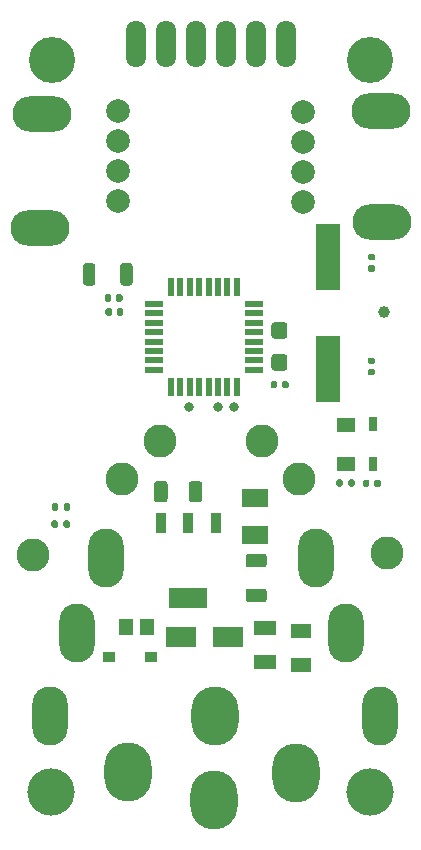
<source format=gbr>
%TF.GenerationSoftware,KiCad,Pcbnew,(5.1.10)-1*%
%TF.CreationDate,2021-10-24T01:14:23+05:30*%
%TF.ProjectId,Modbus_IO_Board,4d6f6462-7573-45f4-994f-5f426f617264,rev?*%
%TF.SameCoordinates,Original*%
%TF.FileFunction,Soldermask,Top*%
%TF.FilePolarity,Negative*%
%FSLAX46Y46*%
G04 Gerber Fmt 4.6, Leading zero omitted, Abs format (unit mm)*
G04 Created by KiCad (PCBNEW (5.1.10)-1) date 2021-10-24 01:14:23*
%MOMM*%
%LPD*%
G01*
G04 APERTURE LIST*
%ADD10C,3.900000*%
%ADD11C,4.000000*%
%ADD12C,2.800000*%
%ADD13C,2.000000*%
%ADD14O,3.000000X5.000000*%
%ADD15R,1.500000X0.600000*%
%ADD16R,0.600000X1.500000*%
%ADD17R,2.100000X5.600000*%
%ADD18C,0.800000*%
%ADD19O,5.000000X3.000000*%
%ADD20O,4.000000X5.000000*%
%ADD21R,1.050000X0.850000*%
%ADD22R,0.750000X1.200000*%
%ADD23R,1.650000X1.150000*%
%ADD24O,1.700000X4.000000*%
%ADD25R,1.900000X1.300000*%
%ADD26R,1.150000X1.470000*%
%ADD27R,3.200000X1.750000*%
%ADD28R,0.950000X1.750000*%
%ADD29R,1.800000X1.200000*%
%ADD30R,2.250000X1.650000*%
%ADD31C,1.000000*%
%ADD32R,2.500000X1.800000*%
G04 APERTURE END LIST*
D10*
%TO.C,H1*%
X131830000Y-60750000D03*
%TD*%
%TO.C,H2*%
X158750000Y-60760000D03*
%TD*%
D11*
%TO.C,H4*%
X158770000Y-122700000D03*
%TD*%
%TO.C,H3*%
X131740000Y-122710000D03*
%TD*%
D12*
%TO.C,TP9*%
X140970000Y-92964000D03*
%TD*%
%TO.C,B*%
X137750000Y-96180000D03*
%TD*%
D13*
%TO.C,I-3*%
X137439400Y-70154800D03*
%TD*%
%TO.C,I-1*%
X137439400Y-65074800D03*
%TD*%
%TO.C,I-2*%
X137439400Y-67614800D03*
%TD*%
%TO.C,I-4*%
X137439400Y-72694800D03*
%TD*%
%TO.C,O-4*%
X153060400Y-72771000D03*
%TD*%
%TO.C,O-3*%
X153060400Y-70231000D03*
%TD*%
%TO.C,O-2*%
X153060400Y-67691000D03*
%TD*%
%TO.C,O-1*%
X153060400Y-65151000D03*
%TD*%
D14*
%TO.C,TP11*%
X154178000Y-102870000D03*
%TD*%
%TO.C,12V*%
X156718000Y-109230000D03*
%TD*%
%TO.C,TP15*%
X136398000Y-102870000D03*
%TD*%
%TO.C,12V*%
X133920000Y-109230000D03*
%TD*%
D12*
%TO.C,B*%
X152760000Y-96220000D03*
%TD*%
%TO.C,A*%
X149606000Y-92964000D03*
%TD*%
D15*
%TO.C,IC1*%
X148920000Y-86970000D03*
X148920000Y-86170000D03*
X148920000Y-85370000D03*
X148920000Y-84570000D03*
X148920000Y-83770000D03*
X148920000Y-82970000D03*
X148920000Y-82170000D03*
X148920000Y-81370000D03*
D16*
X147470000Y-79920000D03*
X146670000Y-79920000D03*
X145870000Y-79920000D03*
X145070000Y-79920000D03*
X144270000Y-79920000D03*
X143470000Y-79920000D03*
X142670000Y-79920000D03*
X141870000Y-79920000D03*
D15*
X140420000Y-81370000D03*
X140420000Y-82170000D03*
X140420000Y-82970000D03*
X140420000Y-83770000D03*
X140420000Y-84570000D03*
X140420000Y-85370000D03*
X140420000Y-86170000D03*
X140420000Y-86970000D03*
D16*
X141870000Y-88420000D03*
X142670000Y-88420000D03*
X143470000Y-88420000D03*
X144270000Y-88420000D03*
X145070000Y-88420000D03*
X145870000Y-88420000D03*
X146670000Y-88420000D03*
X147470000Y-88420000D03*
%TD*%
D17*
%TO.C,Y1*%
X155180000Y-77410000D03*
X155180000Y-86910000D03*
%TD*%
D18*
%TO.C,TP18*%
X147219200Y-90079200D03*
%TD*%
%TO.C,RX*%
X145870000Y-90100000D03*
%TD*%
D19*
%TO.C,e*%
X130960000Y-65330000D03*
%TD*%
%TO.C,e*%
X159660000Y-65060000D03*
%TD*%
%TO.C,e*%
X159720000Y-74422000D03*
%TD*%
D20*
%TO.C,*%
X138266400Y-121037600D03*
%TD*%
%TO.C,*%
X152490400Y-121101100D03*
%TD*%
%TO.C,*%
X145505400Y-123403100D03*
%TD*%
D14*
%TO.C,*%
X131607000Y-116287800D03*
%TD*%
D20*
%TO.C,*%
X145607000Y-116287800D03*
%TD*%
D14*
%TO.C,*%
X159607000Y-116287800D03*
%TD*%
D21*
%TO.C,D3*%
X136630000Y-111252000D03*
X140230000Y-111252000D03*
%TD*%
D22*
%TO.C,D2*%
X158960000Y-91570000D03*
X158960000Y-94970000D03*
%TD*%
D23*
%TO.C,D1*%
X156680000Y-94940000D03*
X156680000Y-91640000D03*
%TD*%
D18*
%TO.C,EN*%
X143440000Y-90100000D03*
%TD*%
%TO.C,C3*%
G36*
G01*
X151495001Y-84330000D02*
X150644999Y-84330000D01*
G75*
G02*
X150395000Y-84080001I0J249999D01*
G01*
X150395000Y-83179999D01*
G75*
G02*
X150644999Y-82930000I249999J0D01*
G01*
X151495001Y-82930000D01*
G75*
G02*
X151745000Y-83179999I0J-249999D01*
G01*
X151745000Y-84080001D01*
G75*
G02*
X151495001Y-84330000I-249999J0D01*
G01*
G37*
G36*
G01*
X151495001Y-87030000D02*
X150644999Y-87030000D01*
G75*
G02*
X150395000Y-86780001I0J249999D01*
G01*
X150395000Y-85879999D01*
G75*
G02*
X150644999Y-85630000I249999J0D01*
G01*
X151495001Y-85630000D01*
G75*
G02*
X151745000Y-85879999I0J-249999D01*
G01*
X151745000Y-86780001D01*
G75*
G02*
X151495001Y-87030000I-249999J0D01*
G01*
G37*
%TD*%
%TO.C,C7*%
G36*
G01*
X158700000Y-78100000D02*
X159040000Y-78100000D01*
G75*
G02*
X159180000Y-78240000I0J-140000D01*
G01*
X159180000Y-78520000D01*
G75*
G02*
X159040000Y-78660000I-140000J0D01*
G01*
X158700000Y-78660000D01*
G75*
G02*
X158560000Y-78520000I0J140000D01*
G01*
X158560000Y-78240000D01*
G75*
G02*
X158700000Y-78100000I140000J0D01*
G01*
G37*
G36*
G01*
X158700000Y-77140000D02*
X159040000Y-77140000D01*
G75*
G02*
X159180000Y-77280000I0J-140000D01*
G01*
X159180000Y-77560000D01*
G75*
G02*
X159040000Y-77700000I-140000J0D01*
G01*
X158700000Y-77700000D01*
G75*
G02*
X158560000Y-77560000I0J140000D01*
G01*
X158560000Y-77280000D01*
G75*
G02*
X158700000Y-77140000I140000J0D01*
G01*
G37*
%TD*%
%TO.C,C6*%
G36*
G01*
X159030000Y-86480000D02*
X158690000Y-86480000D01*
G75*
G02*
X158550000Y-86340000I0J140000D01*
G01*
X158550000Y-86060000D01*
G75*
G02*
X158690000Y-85920000I140000J0D01*
G01*
X159030000Y-85920000D01*
G75*
G02*
X159170000Y-86060000I0J-140000D01*
G01*
X159170000Y-86340000D01*
G75*
G02*
X159030000Y-86480000I-140000J0D01*
G01*
G37*
G36*
G01*
X159030000Y-87440000D02*
X158690000Y-87440000D01*
G75*
G02*
X158550000Y-87300000I0J140000D01*
G01*
X158550000Y-87020000D01*
G75*
G02*
X158690000Y-86880000I140000J0D01*
G01*
X159030000Y-86880000D01*
G75*
G02*
X159170000Y-87020000I0J-140000D01*
G01*
X159170000Y-87300000D01*
G75*
G02*
X159030000Y-87440000I-140000J0D01*
G01*
G37*
%TD*%
%TO.C,C5*%
G36*
G01*
X136830000Y-80710000D02*
X136830000Y-81050000D01*
G75*
G02*
X136690000Y-81190000I-140000J0D01*
G01*
X136410000Y-81190000D01*
G75*
G02*
X136270000Y-81050000I0J140000D01*
G01*
X136270000Y-80710000D01*
G75*
G02*
X136410000Y-80570000I140000J0D01*
G01*
X136690000Y-80570000D01*
G75*
G02*
X136830000Y-80710000I0J-140000D01*
G01*
G37*
G36*
G01*
X137790000Y-80710000D02*
X137790000Y-81050000D01*
G75*
G02*
X137650000Y-81190000I-140000J0D01*
G01*
X137370000Y-81190000D01*
G75*
G02*
X137230000Y-81050000I0J140000D01*
G01*
X137230000Y-80710000D01*
G75*
G02*
X137370000Y-80570000I140000J0D01*
G01*
X137650000Y-80570000D01*
G75*
G02*
X137790000Y-80710000I0J-140000D01*
G01*
G37*
%TD*%
%TO.C,C4*%
G36*
G01*
X137300000Y-82240000D02*
X137300000Y-81900000D01*
G75*
G02*
X137440000Y-81760000I140000J0D01*
G01*
X137720000Y-81760000D01*
G75*
G02*
X137860000Y-81900000I0J-140000D01*
G01*
X137860000Y-82240000D01*
G75*
G02*
X137720000Y-82380000I-140000J0D01*
G01*
X137440000Y-82380000D01*
G75*
G02*
X137300000Y-82240000I0J140000D01*
G01*
G37*
G36*
G01*
X136340000Y-82240000D02*
X136340000Y-81900000D01*
G75*
G02*
X136480000Y-81760000I140000J0D01*
G01*
X136760000Y-81760000D01*
G75*
G02*
X136900000Y-81900000I0J-140000D01*
G01*
X136900000Y-82240000D01*
G75*
G02*
X136760000Y-82380000I-140000J0D01*
G01*
X136480000Y-82380000D01*
G75*
G02*
X136340000Y-82240000I0J140000D01*
G01*
G37*
%TD*%
%TO.C,C2*%
G36*
G01*
X150880000Y-88050000D02*
X150880000Y-88390000D01*
G75*
G02*
X150740000Y-88530000I-140000J0D01*
G01*
X150460000Y-88530000D01*
G75*
G02*
X150320000Y-88390000I0J140000D01*
G01*
X150320000Y-88050000D01*
G75*
G02*
X150460000Y-87910000I140000J0D01*
G01*
X150740000Y-87910000D01*
G75*
G02*
X150880000Y-88050000I0J-140000D01*
G01*
G37*
G36*
G01*
X151840000Y-88050000D02*
X151840000Y-88390000D01*
G75*
G02*
X151700000Y-88530000I-140000J0D01*
G01*
X151420000Y-88530000D01*
G75*
G02*
X151280000Y-88390000I0J140000D01*
G01*
X151280000Y-88050000D01*
G75*
G02*
X151420000Y-87910000I140000J0D01*
G01*
X151700000Y-87910000D01*
G75*
G02*
X151840000Y-88050000I0J-140000D01*
G01*
G37*
%TD*%
%TO.C,C1*%
G36*
G01*
X159090000Y-96750000D02*
X159090000Y-96410000D01*
G75*
G02*
X159230000Y-96270000I140000J0D01*
G01*
X159510000Y-96270000D01*
G75*
G02*
X159650000Y-96410000I0J-140000D01*
G01*
X159650000Y-96750000D01*
G75*
G02*
X159510000Y-96890000I-140000J0D01*
G01*
X159230000Y-96890000D01*
G75*
G02*
X159090000Y-96750000I0J140000D01*
G01*
G37*
G36*
G01*
X158130000Y-96750000D02*
X158130000Y-96410000D01*
G75*
G02*
X158270000Y-96270000I140000J0D01*
G01*
X158550000Y-96270000D01*
G75*
G02*
X158690000Y-96410000I0J-140000D01*
G01*
X158690000Y-96750000D01*
G75*
G02*
X158550000Y-96890000I-140000J0D01*
G01*
X158270000Y-96890000D01*
G75*
G02*
X158130000Y-96750000I0J140000D01*
G01*
G37*
%TD*%
%TO.C,R14*%
G36*
G01*
X132786200Y-100217800D02*
X132786200Y-99847800D01*
G75*
G02*
X132921200Y-99712800I135000J0D01*
G01*
X133191200Y-99712800D01*
G75*
G02*
X133326200Y-99847800I0J-135000D01*
G01*
X133326200Y-100217800D01*
G75*
G02*
X133191200Y-100352800I-135000J0D01*
G01*
X132921200Y-100352800D01*
G75*
G02*
X132786200Y-100217800I0J135000D01*
G01*
G37*
G36*
G01*
X131766200Y-100217800D02*
X131766200Y-99847800D01*
G75*
G02*
X131901200Y-99712800I135000J0D01*
G01*
X132171200Y-99712800D01*
G75*
G02*
X132306200Y-99847800I0J-135000D01*
G01*
X132306200Y-100217800D01*
G75*
G02*
X132171200Y-100352800I-135000J0D01*
G01*
X131901200Y-100352800D01*
G75*
G02*
X131766200Y-100217800I0J135000D01*
G01*
G37*
%TD*%
%TO.C,R3*%
G36*
G01*
X132326200Y-98407800D02*
X132326200Y-98777800D01*
G75*
G02*
X132191200Y-98912800I-135000J0D01*
G01*
X131921200Y-98912800D01*
G75*
G02*
X131786200Y-98777800I0J135000D01*
G01*
X131786200Y-98407800D01*
G75*
G02*
X131921200Y-98272800I135000J0D01*
G01*
X132191200Y-98272800D01*
G75*
G02*
X132326200Y-98407800I0J-135000D01*
G01*
G37*
G36*
G01*
X133346200Y-98407800D02*
X133346200Y-98777800D01*
G75*
G02*
X133211200Y-98912800I-135000J0D01*
G01*
X132941200Y-98912800D01*
G75*
G02*
X132806200Y-98777800I0J135000D01*
G01*
X132806200Y-98407800D01*
G75*
G02*
X132941200Y-98272800I135000J0D01*
G01*
X133211200Y-98272800D01*
G75*
G02*
X133346200Y-98407800I0J-135000D01*
G01*
G37*
%TD*%
%TO.C,R1*%
G36*
G01*
X156900000Y-96735000D02*
X156900000Y-96365000D01*
G75*
G02*
X157035000Y-96230000I135000J0D01*
G01*
X157305000Y-96230000D01*
G75*
G02*
X157440000Y-96365000I0J-135000D01*
G01*
X157440000Y-96735000D01*
G75*
G02*
X157305000Y-96870000I-135000J0D01*
G01*
X157035000Y-96870000D01*
G75*
G02*
X156900000Y-96735000I0J135000D01*
G01*
G37*
G36*
G01*
X155880000Y-96735000D02*
X155880000Y-96365000D01*
G75*
G02*
X156015000Y-96230000I135000J0D01*
G01*
X156285000Y-96230000D01*
G75*
G02*
X156420000Y-96365000I0J-135000D01*
G01*
X156420000Y-96735000D01*
G75*
G02*
X156285000Y-96870000I-135000J0D01*
G01*
X156015000Y-96870000D01*
G75*
G02*
X155880000Y-96735000I0J135000D01*
G01*
G37*
%TD*%
D19*
%TO.C,e*%
X130760000Y-74940000D03*
%TD*%
D24*
%TO.C,J1*%
X151638000Y-59352000D03*
X149098000Y-59352000D03*
X146558000Y-59352000D03*
X144018000Y-59352000D03*
X141478000Y-59352000D03*
X138938000Y-59352000D03*
%TD*%
D25*
%TO.C,RV1*%
X149860000Y-111686000D03*
X149860000Y-108786000D03*
%TD*%
D26*
%TO.C,RT1*%
X139818000Y-108712000D03*
X138058000Y-108712000D03*
%TD*%
%TO.C,L1*%
G36*
G01*
X137590000Y-79580001D02*
X137590000Y-78179999D01*
G75*
G02*
X137839999Y-77930000I249999J0D01*
G01*
X138390001Y-77930000D01*
G75*
G02*
X138640000Y-78179999I0J-249999D01*
G01*
X138640000Y-79580001D01*
G75*
G02*
X138390001Y-79830000I-249999J0D01*
G01*
X137839999Y-79830000D01*
G75*
G02*
X137590000Y-79580001I0J249999D01*
G01*
G37*
G36*
G01*
X134440000Y-79580001D02*
X134440000Y-78179999D01*
G75*
G02*
X134689999Y-77930000I249999J0D01*
G01*
X135240001Y-77930000D01*
G75*
G02*
X135490000Y-78179999I0J-249999D01*
G01*
X135490000Y-79580001D01*
G75*
G02*
X135240001Y-79830000I-249999J0D01*
G01*
X134689999Y-79830000D01*
G75*
G02*
X134440000Y-79580001I0J249999D01*
G01*
G37*
%TD*%
D27*
%TO.C,IC2*%
X143360000Y-106270000D03*
D28*
X141060000Y-99970000D03*
X143360000Y-99970000D03*
X145660000Y-99970000D03*
%TD*%
D29*
%TO.C,FB1*%
X152908000Y-109040000D03*
X152908000Y-111940000D03*
%TD*%
%TO.C,C10*%
G36*
G01*
X143394000Y-97932001D02*
X143394000Y-96631999D01*
G75*
G02*
X143643999Y-96382000I249999J0D01*
G01*
X144294001Y-96382000D01*
G75*
G02*
X144544000Y-96631999I0J-249999D01*
G01*
X144544000Y-97932001D01*
G75*
G02*
X144294001Y-98182000I-249999J0D01*
G01*
X143643999Y-98182000D01*
G75*
G02*
X143394000Y-97932001I0J249999D01*
G01*
G37*
G36*
G01*
X140444000Y-97932001D02*
X140444000Y-96631999D01*
G75*
G02*
X140693999Y-96382000I249999J0D01*
G01*
X141344001Y-96382000D01*
G75*
G02*
X141594000Y-96631999I0J-249999D01*
G01*
X141594000Y-97932001D01*
G75*
G02*
X141344001Y-98182000I-249999J0D01*
G01*
X140693999Y-98182000D01*
G75*
G02*
X140444000Y-97932001I0J249999D01*
G01*
G37*
%TD*%
%TO.C,C9*%
G36*
G01*
X148449999Y-105490000D02*
X149750001Y-105490000D01*
G75*
G02*
X150000000Y-105739999I0J-249999D01*
G01*
X150000000Y-106390001D01*
G75*
G02*
X149750001Y-106640000I-249999J0D01*
G01*
X148449999Y-106640000D01*
G75*
G02*
X148200000Y-106390001I0J249999D01*
G01*
X148200000Y-105739999D01*
G75*
G02*
X148449999Y-105490000I249999J0D01*
G01*
G37*
G36*
G01*
X148449999Y-102540000D02*
X149750001Y-102540000D01*
G75*
G02*
X150000000Y-102789999I0J-249999D01*
G01*
X150000000Y-103440001D01*
G75*
G02*
X149750001Y-103690000I-249999J0D01*
G01*
X148449999Y-103690000D01*
G75*
G02*
X148200000Y-103440001I0J249999D01*
G01*
X148200000Y-102789999D01*
G75*
G02*
X148449999Y-102540000I249999J0D01*
G01*
G37*
%TD*%
D30*
%TO.C,C8*%
X149021800Y-97840200D03*
X149021800Y-100940200D03*
%TD*%
D12*
%TO.C,GND*%
X130175000Y-102616000D03*
%TD*%
%TO.C,GND*%
X160147000Y-102489000D03*
%TD*%
D31*
%TO.C,GND*%
X159893000Y-82042000D03*
%TD*%
D32*
%TO.C,D4*%
X142710000Y-109600000D03*
X146710000Y-109600000D03*
%TD*%
M02*

</source>
